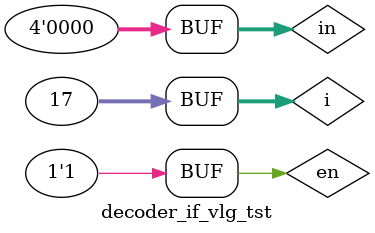
<source format=v>
`timescale 1 ps/ 1 ps

module decoder_if_vlg_tst();

reg       en;
reg [3:0] in;

wire [15:0] out;

integer i;

decoder_if dut (
	.en  (en),
	.in  (in),
	.out (out)
);

initial begin 
	$monitor("en = %b in = %d out = %d", en, in, out);
	
	en = 1'b1;
	
	for(i=0; i<=16; i=i+1) begin
			#10 in = i;
		end
end

endmodule

</source>
